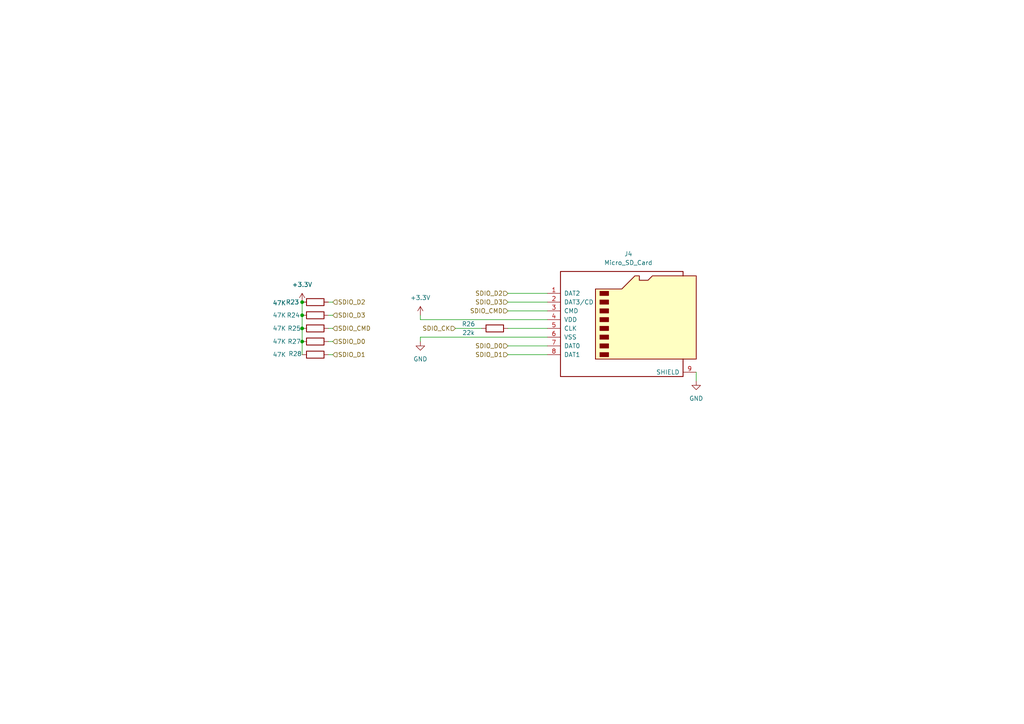
<source format=kicad_sch>
(kicad_sch (version 20231120) (generator "eeschema") (generator_version "8.0")
  (paper "A4")
  (lib_symbols
    (symbol "Connector:Micro_SD_Card" (pin_names (offset 1.016))
      (property "Reference" "J" (at -16.51 15.24 0))
      (property "Value" "Micro_SD_Card" (at 16.51 15.24 0))
      (symbol "Micro_SD_Card_0_1"
        (rectangle (start -7.62 -9.525) (end -5.08 -10.795) (fill (type outline)))
        (rectangle (start -7.62 -6.985) (end -5.08 -8.255) (fill (type outline)))
        (rectangle (start -7.62 -4.445) (end -5.08 -5.715) (fill (type outline)))
        (rectangle (start -7.62 -1.905) (end -5.08 -3.175) (fill (type outline)))
        (rectangle (start -7.62 0.635) (end -5.08 -0.635) (fill (type outline)))
        (rectangle (start -7.62 3.175) (end -5.08 1.905) (fill (type outline)))
        (rectangle (start -7.62 5.715) (end -5.08 4.445) (fill (type outline)))
        (rectangle (start -7.62 8.255) (end -5.08 6.985) (fill (type outline)))
        (polyline (pts (xy 16.51 12.7) (xy 16.51 13.97) (xy -19.05 13.97) (xy -19.05 -16.51) (xy 16.51 -16.51) (xy 16.51 -11.43)) (stroke (width 0.254)))
        (polyline (pts (xy -8.89 -11.43) (xy -8.89 8.89) (xy -1.27 8.89) (xy 2.54 12.7) (xy 3.81 12.7) (xy 3.81 11.43) (xy 6.35 11.43) (xy 7.62 12.7) (xy 20.32 12.7) (xy 20.32 -11.43) (xy -8.89 -11.43)) (stroke (width 0.254)) (fill (type background)))
      )
      (symbol "Micro_SD_Card_1_1"
        (pin bidirectional line (at -22.86 7.62 0) (length 3.81) (name "DAT2") (number "1"))
        (pin bidirectional line (at -22.86 5.08 0) (length 3.81) (name "DAT3/CD") (number "2"))
        (pin input line (at -22.86 2.54 0) (length 3.81) (name "CMD") (number "3"))
        (pin power_in line (at -22.86 0 0) (length 3.81) (name "VDD") (number "4"))
        (pin input line (at -22.86 -2.54 0) (length 3.81) (name "CLK") (number "5"))
        (pin power_in line (at -22.86 -5.08 0) (length 3.81) (name "VSS") (number "6"))
        (pin bidirectional line (at -22.86 -7.62 0) (length 3.81) (name "DAT0") (number "7"))
        (pin bidirectional line (at -22.86 -10.16 0) (length 3.81) (name "DAT1") (number "8"))
        (pin passive line (at 20.32 -15.24 180) (length 3.81) (name "SHIELD") (number "9"))
      )
    )
    (symbol "Device:R" (pin_numbers hide) (pin_names (offset 0))
      (property "Reference" "R" (at 2.032 0 90))
      (property "Value" "R" (at 0 0 90))
      (symbol "R_0_1"
        (rectangle (start -1.016 -2.54) (end 1.016 2.54) (stroke (width 0.254)))
      )
      (symbol "R_1_1"
        (pin passive line (at 0 3.81 270) (length 1.27) (name "~") (number "1"))
        (pin passive line (at 0 -3.81 90) (length 1.27) (name "~") (number "2"))
      )
    )
    (symbol "power:+3.3V" (power) (pin_names (offset 0))
      (property "Value" "+3.3V" (at 0 3.556 0))
      (symbol "+3.3V_0_1"
        (polyline (pts (xy -0.762 1.27) (xy 0 2.54)))
        (polyline (pts (xy 0 0) (xy 0 2.54)))
        (polyline (pts (xy 0 2.54) (xy 0.762 1.27)))
      )
      (symbol "+3.3V_1_1"
        (pin power_in line (at 0 0 90) (length 0) hide (name "+3.3V") (number "1"))
      )
    )
    (symbol "power:GND" (power) (pin_names (offset 0))
      (property "Value" "GND" (at 0 -3.81 0))
      (symbol "GND_0_1"
        (polyline (pts (xy 0 0) (xy 0 -1.27) (xy 1.27 -1.27) (xy 0 -2.54) (xy -1.27 -1.27) (xy 0 -1.27)))
      )
      (symbol "GND_1_1"
        (pin power_in line (at 0 0 270) (length 0) hide (name "GND") (number "1"))
      )
    )
  )
  (junction (at 87.63 95.25))
  (junction (at 87.63 87.63))
  (junction (at 87.63 91.44))
  (junction (at 87.63 99.06))
  (wire (pts (xy 147.32 102.87) (xy 158.75 102.87)))
  (wire (pts (xy 147.32 100.33) (xy 158.75 100.33)))
  (wire (pts (xy 158.75 92.71) (xy 121.92 92.71)))
  (wire (pts (xy 147.32 95.25) (xy 158.75 95.25)))
  (wire (pts (xy 147.32 87.63) (xy 158.75 87.63)))
  (wire (pts (xy 121.92 92.71) (xy 121.92 91.44)))
  (wire (pts (xy 95.25 95.25) (xy 96.52 95.25)))
  (wire (pts (xy 87.63 95.25) (xy 87.63 99.06)))
  (wire (pts (xy 87.63 91.44) (xy 87.63 95.25)))
  (wire (pts (xy 147.32 90.17) (xy 158.75 90.17)))
  (wire (pts (xy 132.08 95.25) (xy 139.7 95.25)))
  (wire (pts (xy 147.32 85.09) (xy 158.75 85.09)))
  (wire (pts (xy 121.92 97.79) (xy 158.75 97.79)))
  (wire (pts (xy 95.25 102.87) (xy 96.52 102.87)))
  (wire (pts (xy 95.25 87.63) (xy 96.52 87.63)))
  (wire (pts (xy 87.63 87.63) (xy 87.63 91.44)))
  (wire (pts (xy 121.92 99.06) (xy 121.92 97.79)))
  (wire (pts (xy 95.25 99.06) (xy 96.52 99.06)))
  (wire (pts (xy 87.63 99.06) (xy 87.63 102.87)))
  (wire (pts (xy 201.93 107.95) (xy 201.93 110.49)))
  (wire (pts (xy 95.25 91.44) (xy 96.52 91.44)))
  (hierarchical_label "SDIO_D1" (shape input) (at 147.32 102.87 180))
  (hierarchical_label "SDIO_CK" (shape input) (at 132.08 95.25 180))
  (hierarchical_label "SDIO_D0" (shape input) (at 147.32 100.33 180))
  (hierarchical_label "SDIO_D2" (shape input) (at 96.52 87.63 0))
  (hierarchical_label "SDIO_CMD" (shape input) (at 96.52 95.25 0))
  (hierarchical_label "SDIO_D2" (shape input) (at 147.32 85.09 180))
  (hierarchical_label "SDIO_D3" (shape input) (at 147.32 87.63 180))
  (hierarchical_label "SDIO_D0" (shape input) (at 96.52 99.06 0))
  (hierarchical_label "SDIO_CMD" (shape input) (at 147.32 90.17 180))
  (hierarchical_label "SDIO_D1" (shape input) (at 96.52 102.87 0))
  (hierarchical_label "SDIO_D3" (shape input) (at 96.52 91.44 0))
  (symbol (lib_id "Device:R") (at 91.44 99.06 90) (unit 1)
    (property "Reference" "R27" (at 85.344 99.06 90))
    (property "Value" "47K" (at 81.026 99.06 90))
  )
  (symbol (lib_id "power:+3.3V") (at 87.63 87.63 0) (unit 1)
    (property "Reference" "#PWR073" (effects (hide yes)))
    (property "Value" "+3.3V" (at 87.63 82.55 0))
  )
  (symbol (lib_id "Device:R") (at 91.44 102.87 90) (unit 1)
    (property "Reference" "R28" (at 85.598 102.616 90))
    (property "Value" "47K" (at 81.026 102.87 90))
  )
  (symbol (lib_id "Connector:Micro_SD_Card") (at 181.61 92.71 0) (unit 1)
    (property "Reference" "J4" (at 182.245 73.66 0))
    (property "Value" "Micro_SD_Card" (at 182.245 76.2 0))
    (property "Datasheet" "http://katalog.we-online.de/em/datasheet/693072010801.pdf" (effects (hide yes)))
  )
  (symbol (lib_id "power:GND") (at 121.92 99.06 0) (unit 1)
    (property "Reference" "#PWR075" (effects (hide yes)))
    (property "Value" "GND" (at 121.92 104.14 0))
  )
  (symbol (lib_id "power:GND") (at 201.93 110.49 0) (unit 1)
    (property "Reference" "#PWR076" (effects (hide yes)))
    (property "Value" "GND" (at 201.93 115.57 0))
  )
  (symbol (lib_id "Device:R") (at 91.44 91.44 90) (unit 1)
    (property "Reference" "R24" (at 85.09 91.44 90))
    (property "Value" "47K" (at 81.026 91.44 90))
  )
  (symbol (lib_id "Device:R") (at 91.44 95.25 90) (unit 1)
    (property "Reference" "R25" (at 85.344 95.25 90))
    (property "Value" "47K" (at 81.026 95.25 90))
  )
  (symbol (lib_id "Device:R") (at 143.51 95.25 90) (unit 1)
    (property "Reference" "R26" (at 135.89 93.98 90))
    (property "Value" "22k" (at 135.89 96.52 90))
  )
  (symbol (lib_id "power:+3.3V") (at 121.92 91.44 0) (unit 1)
    (property "Reference" "#PWR074" (effects (hide yes)))
    (property "Value" "+3.3V" (at 121.92 86.36 0))
  )
  (symbol (lib_id "Device:R") (at 91.44 87.63 90) (unit 1)
    (property "Reference" "R23" (at 84.836 87.63 90))
    (property "Value" "47K" (at 81.026 87.884 90))
  )
)
</source>
